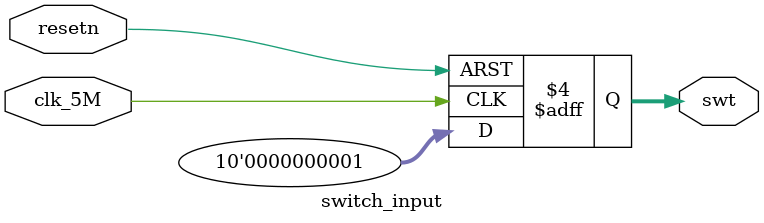
<source format=v>
`timescale 1ns / 1ps


module switch_input(
input clk_5M,
input  resetn,
output reg[0:9] swt
    );
    
    initial 
    begin
        swt[0] = 0;
        swt[1] = 0;
        swt[2] = 0;
        swt[3] = 0;
        swt[4] = 0;
        swt[5] = 0;
        swt[6] = 0;
        swt[7] = 0;
        swt[8] = 0;
        swt[9] = 0;
    end
     
    
    always@(posedge clk_5M or negedge resetn)
        begin
        if(!resetn) 
        begin
            swt[0] = 0;
            swt[1] = 0;
            swt[2] = 0;
            swt[3] = 0;
            swt[4] = 0;
            swt[5] = 0;
            swt[6] = 0;
            swt[7] = 0;
            swt[8] = 0;
            swt[9] = 0;
        end
    
        else
        begin
           #50 swt[0] = 1; swt[1] = 0; swt[2] = 0; swt[3] = 0; swt[4] = 0; swt[5] = 0; swt[6] = 0; swt[7] = 0; swt[8] = 0; swt[9] = 0;
           #50 swt[0] = 0; swt[1] = 1; swt[2] = 0; swt[3] = 0; swt[4] = 0; swt[5] = 0; swt[6] = 0; swt[7] = 0; swt[8] = 0; swt[9] = 0;
           #50 swt[0] = 0; swt[1] = 0; swt[2] = 1; swt[3] = 0; swt[4] = 0; swt[5] = 0; swt[6] = 0; swt[7] = 0; swt[8] = 0; swt[9] = 0;
           #50 swt[0] = 0; swt[1] = 0; swt[2] = 0; swt[3] = 1; swt[4] = 0; swt[5] = 0; swt[6] = 0; swt[7] = 0; swt[8] = 0; swt[9] = 0;
           #50 swt[0] = 0; swt[1] = 0; swt[2] = 0; swt[3] = 0; swt[4] = 1; swt[5] = 0; swt[6] = 0; swt[7] = 0; swt[8] = 0; swt[9] = 0;
           #50 swt[0] = 0; swt[1] = 0; swt[2] = 0; swt[3] = 0; swt[4] = 0; swt[5] = 1; swt[6] = 0; swt[7] = 0; swt[8] = 0; swt[9] = 0;
           #50 swt[0] = 0; swt[1] = 0; swt[2] = 0; swt[3] = 0; swt[4] = 0; swt[5] = 0; swt[6] = 1; swt[7] = 0; swt[8] = 0; swt[9] = 0;
           #50 swt[0] = 0; swt[1] = 0; swt[2] = 0; swt[3] = 0; swt[4] = 0; swt[5] = 0; swt[6] = 0; swt[7] = 1; swt[8] = 0; swt[9] = 0;
           #50 swt[0] = 0; swt[1] = 0; swt[2] = 0; swt[3] = 0; swt[4] = 0; swt[5] = 0; swt[6] = 0; swt[7] = 0; swt[8] = 1; swt[9] = 0;
           #50 swt[0] = 0; swt[1] = 0; swt[2] = 0; swt[3] = 0; swt[4] = 0; swt[5] = 0; swt[6] = 0; swt[7] = 0; swt[8] = 0; swt[9] = 1;
        end
    end

endmodule

</source>
